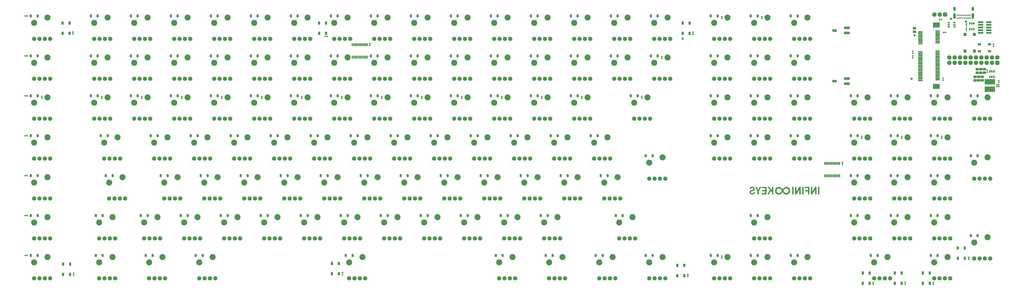
<source format=gbs>
G04*
G04 #@! TF.GenerationSoftware,Altium Limited,Altium Designer,20.0.7 (75)*
G04*
G04 Layer_Color=16711935*
%FSLAX44Y44*%
%MOMM*%
G71*
G01*
G75*
%ADD11R,0.7500X0.6500*%
G04:AMPARAMS|DCode=12|XSize=2.1mm|YSize=2.1mm|CornerRadius=0.55mm|HoleSize=0mm|Usage=FLASHONLY|Rotation=180.000|XOffset=0mm|YOffset=0mm|HoleType=Round|Shape=RoundedRectangle|*
%AMROUNDEDRECTD12*
21,1,2.1000,1.0000,0,0,180.0*
21,1,1.0000,2.1000,0,0,180.0*
1,1,1.1000,-0.5000,0.5000*
1,1,1.1000,0.5000,0.5000*
1,1,1.1000,0.5000,-0.5000*
1,1,1.1000,-0.5000,-0.5000*
%
%ADD12ROUNDEDRECTD12*%
%ADD13C,2.1000*%
%ADD14O,1.2000X2.0000*%
%ADD15O,1.2000X2.7000*%
%ADD16C,0.7000*%
%ADD17C,0.1000*%
%ADD18C,2.0000*%
%ADD19C,2.9000*%
%ADD51C,1.1000*%
%ADD52R,1.0000X1.6000*%
%ADD53R,0.7200X0.7600*%
%ADD54R,0.7600X0.7200*%
%ADD55R,0.6500X0.7500*%
%ADD56O,0.5500X1.5000*%
%ADD57R,1.5000X1.3000*%
%ADD58R,5.0000X2.6000*%
%ADD59R,2.1000X0.7000*%
%ADD60R,1.1000X0.7000*%
%ADD61R,0.7000X1.1000*%
%ADD62R,0.6500X1.1500*%
%ADD63R,1.6000X1.0000*%
%ADD64R,1.4000X1.6500*%
%ADD65R,1.0144X1.3192*%
G04:AMPARAMS|DCode=66|XSize=0.86mm|YSize=2.5mm|CornerRadius=0.24mm|HoleSize=0mm|Usage=FLASHONLY|Rotation=90.000|XOffset=0mm|YOffset=0mm|HoleType=Round|Shape=RoundedRectangle|*
%AMROUNDEDRECTD66*
21,1,0.8600,2.0200,0,0,90.0*
21,1,0.3800,2.5000,0,0,90.0*
1,1,0.4800,1.0100,0.1900*
1,1,0.4800,1.0100,-0.1900*
1,1,0.4800,-1.0100,-0.1900*
1,1,0.4800,-1.0100,0.1900*
%
%ADD66ROUNDEDRECTD66*%
%ADD67R,2.8000X1.3000*%
%ADD68R,2.0000X1.3000*%
%ADD69R,3.3000X2.4000*%
G36*
X3657274Y489834D02*
X3658607Y489686D01*
X3659903Y489427D01*
X3661125Y489057D01*
X3662273Y488649D01*
X3663310Y488205D01*
X3664273Y487723D01*
X3665162Y487242D01*
X3665940Y486724D01*
X3666643Y486242D01*
X3667236Y485798D01*
X3667754Y485390D01*
X3668124Y485020D01*
X3668421Y484761D01*
X3668569Y484613D01*
X3668643Y484539D01*
X3669532Y483502D01*
X3670309Y482428D01*
X3670976Y481317D01*
X3671532Y480206D01*
X3672013Y479095D01*
X3672420Y477984D01*
X3672754Y476910D01*
X3673013Y475873D01*
X3673235Y474910D01*
X3673383Y474021D01*
X3673494Y473243D01*
X3673568Y472540D01*
X3673606Y471984D01*
Y471762D01*
X3673643Y471577D01*
Y471392D01*
Y471281D01*
Y471244D01*
Y471207D01*
X3673568Y469688D01*
X3673420Y468207D01*
X3673198Y466837D01*
X3672865Y465541D01*
X3672495Y464356D01*
X3672050Y463208D01*
X3671606Y462208D01*
X3671124Y461282D01*
X3670680Y460467D01*
X3670235Y459726D01*
X3669791Y459097D01*
X3669421Y458578D01*
X3669088Y458171D01*
X3668865Y457875D01*
X3668680Y457727D01*
X3668643Y457653D01*
X3667680Y456764D01*
X3666643Y455949D01*
X3665606Y455282D01*
X3664532Y454690D01*
X3663458Y454171D01*
X3662384Y453764D01*
X3661347Y453431D01*
X3660348Y453134D01*
X3659422Y452949D01*
X3658570Y452764D01*
X3657792Y452653D01*
X3657126Y452579D01*
X3656570Y452542D01*
X3656348D01*
X3656163Y452505D01*
X3655829D01*
X3654867Y452542D01*
X3653904Y452653D01*
X3652978Y452801D01*
X3652089Y453023D01*
X3651237Y453283D01*
X3650423Y453579D01*
X3649682Y453875D01*
X3648978Y454171D01*
X3648312Y454468D01*
X3647756Y454801D01*
X3647275Y455060D01*
X3646830Y455319D01*
X3646497Y455542D01*
X3646238Y455690D01*
X3646090Y455801D01*
X3646053Y455838D01*
X3645201Y456504D01*
X3644386Y457208D01*
X3643609Y457949D01*
X3642831Y458726D01*
X3642127Y459541D01*
X3641461Y460319D01*
X3640831Y461097D01*
X3640239Y461874D01*
X3639720Y462578D01*
X3639239Y463245D01*
X3638831Y463837D01*
X3638498Y464356D01*
X3638239Y464800D01*
X3638016Y465133D01*
X3637905Y465318D01*
X3637868Y465392D01*
X3637128Y464133D01*
X3636387Y462985D01*
X3635646Y461874D01*
X3634943Y460911D01*
X3634202Y459986D01*
X3633499Y459171D01*
X3632832Y458430D01*
X3632202Y457764D01*
X3631647Y457171D01*
X3631091Y456690D01*
X3630647Y456245D01*
X3630240Y455912D01*
X3629906Y455653D01*
X3629647Y455467D01*
X3629499Y455356D01*
X3629462Y455319D01*
X3628573Y454764D01*
X3627721Y454282D01*
X3626833Y453875D01*
X3625944Y453505D01*
X3625055Y453209D01*
X3624240Y452949D01*
X3623426Y452727D01*
X3622648Y452579D01*
X3621944Y452431D01*
X3621315Y452357D01*
X3620759Y452283D01*
X3620240Y452209D01*
X3619870D01*
X3619574Y452172D01*
X3619315D01*
X3617907Y452246D01*
X3616574Y452394D01*
X3615315Y452690D01*
X3614130Y453023D01*
X3613019Y453431D01*
X3611982Y453912D01*
X3611019Y454394D01*
X3610168Y454912D01*
X3609390Y455393D01*
X3608686Y455912D01*
X3608094Y456356D01*
X3607612Y456764D01*
X3607242Y457097D01*
X3606946Y457393D01*
X3606797Y457541D01*
X3606724Y457615D01*
X3605835Y458689D01*
X3605057Y459800D01*
X3604390Y460911D01*
X3603835Y462059D01*
X3603354Y463170D01*
X3602946Y464281D01*
X3602613Y465355D01*
X3602354Y466392D01*
X3602131Y467355D01*
X3601983Y468207D01*
X3601872Y469022D01*
X3601798Y469688D01*
X3601761Y470244D01*
X3601724Y470466D01*
Y470651D01*
Y470799D01*
Y470910D01*
Y470947D01*
Y470984D01*
X3601761Y472503D01*
X3601946Y473910D01*
X3602168Y475280D01*
X3602465Y476539D01*
X3602835Y477761D01*
X3603242Y478835D01*
X3603687Y479872D01*
X3604131Y480798D01*
X3604613Y481613D01*
X3605057Y482354D01*
X3605464Y482983D01*
X3605798Y483502D01*
X3606131Y483909D01*
X3606353Y484205D01*
X3606501Y484353D01*
X3606575Y484427D01*
X3607501Y485353D01*
X3608501Y486168D01*
X3609538Y486835D01*
X3610612Y487464D01*
X3611686Y487946D01*
X3612723Y488390D01*
X3613760Y488723D01*
X3614760Y488983D01*
X3615685Y489205D01*
X3616574Y489390D01*
X3617352Y489501D01*
X3618018Y489575D01*
X3618537Y489612D01*
X3618759D01*
X3618982Y489649D01*
X3619315D01*
X3620352Y489612D01*
X3621352Y489501D01*
X3622314Y489353D01*
X3623277Y489094D01*
X3624203Y488797D01*
X3625129Y488464D01*
X3625981Y488094D01*
X3626833Y487649D01*
X3627684Y487205D01*
X3628499Y486687D01*
X3629980Y485612D01*
X3631388Y484464D01*
X3632684Y483279D01*
X3633832Y482057D01*
X3634832Y480909D01*
X3635684Y479835D01*
X3636091Y479354D01*
X3636424Y478872D01*
X3636720Y478428D01*
X3637017Y478058D01*
X3637239Y477724D01*
X3637424Y477428D01*
X3637572Y477206D01*
X3637683Y477021D01*
X3637720Y476910D01*
X3637757Y476873D01*
X3638461Y478058D01*
X3639165Y479169D01*
X3639905Y480206D01*
X3640609Y481169D01*
X3641387Y482094D01*
X3642127Y482909D01*
X3642905Y483687D01*
X3643646Y484427D01*
X3644423Y485057D01*
X3645164Y485687D01*
X3645942Y486242D01*
X3646682Y486724D01*
X3647423Y487168D01*
X3648127Y487575D01*
X3648830Y487946D01*
X3649534Y488279D01*
X3650201Y488575D01*
X3650830Y488834D01*
X3652052Y489205D01*
X3652570Y489390D01*
X3653089Y489501D01*
X3653571Y489612D01*
X3654015Y489723D01*
X3654422Y489760D01*
X3654792Y489834D01*
X3655089Y489871D01*
X3655348D01*
X3655570Y489908D01*
X3655829D01*
X3657274Y489834D01*
D02*
G37*
G36*
X3525176Y468207D02*
Y453246D01*
X3518214D01*
Y468318D01*
X3507585Y489871D01*
X3515215D01*
X3521732Y474984D01*
X3528250Y489871D01*
X3535842D01*
X3525176Y468207D01*
D02*
G37*
G36*
X3593503Y453246D02*
X3586541D01*
Y463467D01*
X3581726Y469503D01*
X3572653Y453246D01*
X3564580D01*
X3577245Y475132D01*
X3565543Y489871D01*
X3573838D01*
X3586541Y472725D01*
Y489871D01*
X3593503D01*
Y453246D01*
D02*
G37*
G36*
X3799407Y452875D02*
X3792445D01*
Y475688D01*
X3778965Y452875D01*
X3772003D01*
Y489464D01*
X3778965D01*
Y466503D01*
X3792445Y489464D01*
X3799407D01*
Y452875D01*
D02*
G37*
G36*
X3724304Y452875D02*
X3717342D01*
Y475688D01*
X3703862Y452875D01*
X3696936D01*
Y489464D01*
X3703862D01*
Y466503D01*
X3717342Y489464D01*
X3724304D01*
Y452875D01*
D02*
G37*
G36*
X3561136Y453246D02*
X3537879D01*
Y459282D01*
X3554211D01*
Y468651D01*
X3540286D01*
Y474688D01*
X3554211D01*
Y483798D01*
X3537879D01*
Y489871D01*
X3561136D01*
Y453246D01*
D02*
G37*
G36*
X3493809Y490353D02*
X3494291Y490316D01*
X3494846Y490242D01*
X3495439Y490131D01*
X3496105Y490019D01*
X3496809Y489871D01*
X3497550Y489686D01*
X3498290Y489427D01*
X3499068Y489131D01*
X3499809Y488797D01*
X3500512Y488390D01*
X3501216Y487946D01*
X3501883Y487427D01*
X3501920Y487390D01*
X3502031Y487279D01*
X3502179Y487094D01*
X3502401Y486872D01*
X3502660Y486575D01*
X3502919Y486205D01*
X3503253Y485761D01*
X3503549Y485279D01*
X3503845Y484724D01*
X3504142Y484094D01*
X3504438Y483428D01*
X3504697Y482724D01*
X3504919Y481946D01*
X3505067Y481132D01*
X3505179Y480280D01*
X3505215Y479354D01*
Y479317D01*
Y479243D01*
Y479132D01*
X3505179Y478984D01*
Y478798D01*
X3505141Y478539D01*
X3505067Y477984D01*
X3504919Y477280D01*
X3504697Y476539D01*
X3504401Y475688D01*
X3503956Y474836D01*
X3503438Y473947D01*
X3502808Y473058D01*
X3502401Y472614D01*
X3501994Y472206D01*
X3501512Y471799D01*
X3501031Y471392D01*
X3500475Y471021D01*
X3499883Y470651D01*
X3499253Y470318D01*
X3498549Y470022D01*
X3497809Y469762D01*
X3497031Y469503D01*
X3496180Y469318D01*
X3495291Y469133D01*
X3491847Y468540D01*
X3491809D01*
X3491736Y468503D01*
X3491587D01*
X3491439Y468466D01*
X3490995Y468318D01*
X3490439Y468170D01*
X3489847Y467948D01*
X3489254Y467651D01*
X3488662Y467318D01*
X3488180Y466948D01*
X3488143Y466911D01*
X3487995Y466763D01*
X3487810Y466503D01*
X3487588Y466133D01*
X3487365Y465689D01*
X3487180Y465096D01*
X3487032Y464430D01*
X3486995Y463652D01*
Y463615D01*
Y463430D01*
X3487032Y463207D01*
X3487069Y462911D01*
X3487180Y462541D01*
X3487291Y462133D01*
X3487477Y461689D01*
X3487736Y461245D01*
X3488032Y460800D01*
X3488440Y460356D01*
X3488884Y459949D01*
X3489476Y459578D01*
X3490143Y459282D01*
X3490921Y459060D01*
X3491809Y458875D01*
X3492846Y458838D01*
X3493143D01*
X3493365Y458875D01*
X3493624D01*
X3493920Y458912D01*
X3494587Y458986D01*
X3495365Y459134D01*
X3496142Y459356D01*
X3496883Y459689D01*
X3497550Y460097D01*
X3497624Y460171D01*
X3497809Y460356D01*
X3498068Y460652D01*
X3498364Y461096D01*
X3498698Y461689D01*
X3498846Y462022D01*
X3498994Y462430D01*
X3499142Y462837D01*
X3499253Y463318D01*
X3499364Y463800D01*
X3499438Y464356D01*
X3506030D01*
Y464281D01*
X3505993Y464096D01*
Y463837D01*
X3505919Y463430D01*
X3505845Y462985D01*
X3505734Y462430D01*
X3505623Y461837D01*
X3505438Y461208D01*
X3505215Y460541D01*
X3504993Y459837D01*
X3504660Y459134D01*
X3504327Y458430D01*
X3503919Y457763D01*
X3503438Y457097D01*
X3502919Y456467D01*
X3502327Y455875D01*
X3502290Y455838D01*
X3502179Y455764D01*
X3501994Y455616D01*
X3501734Y455430D01*
X3501401Y455208D01*
X3500994Y454949D01*
X3500549Y454690D01*
X3499994Y454431D01*
X3499401Y454134D01*
X3498698Y453875D01*
X3497957Y453616D01*
X3497105Y453394D01*
X3496216Y453209D01*
X3495254Y453060D01*
X3494254Y452986D01*
X3493143Y452949D01*
X3492883D01*
X3492550Y452986D01*
X3492143D01*
X3491624Y453023D01*
X3491032Y453097D01*
X3490402Y453209D01*
X3489698Y453320D01*
X3488958Y453468D01*
X3488180Y453653D01*
X3487403Y453912D01*
X3486588Y454171D01*
X3485810Y454505D01*
X3485069Y454912D01*
X3484329Y455356D01*
X3483662Y455875D01*
X3483625Y455912D01*
X3483514Y456023D01*
X3483329Y456171D01*
X3483107Y456393D01*
X3482847Y456690D01*
X3482551Y457060D01*
X3482218Y457504D01*
X3481884Y457986D01*
X3481551Y458541D01*
X3481218Y459171D01*
X3480922Y459837D01*
X3480663Y460615D01*
X3480440Y461430D01*
X3480255Y462319D01*
X3480144Y463282D01*
X3480107Y464281D01*
Y464318D01*
Y464393D01*
Y464504D01*
Y464652D01*
X3480144Y464837D01*
X3480181Y465096D01*
X3480255Y465652D01*
X3480403Y466318D01*
X3480588Y467059D01*
X3480885Y467911D01*
X3481292Y468762D01*
X3481811Y469651D01*
X3482403Y470540D01*
X3482773Y470947D01*
X3483181Y471392D01*
X3483625Y471799D01*
X3484107Y472206D01*
X3484625Y472577D01*
X3485180Y472947D01*
X3485810Y473280D01*
X3486440Y473614D01*
X3487180Y473873D01*
X3487921Y474132D01*
X3488736Y474354D01*
X3489587Y474540D01*
X3493439Y475280D01*
X3493476D01*
X3493550Y475317D01*
X3493698D01*
X3493883Y475354D01*
X3494069Y475428D01*
X3494328Y475465D01*
X3494920Y475651D01*
X3495550Y475873D01*
X3496180Y476132D01*
X3496772Y476465D01*
X3497290Y476836D01*
X3497327Y476873D01*
X3497476Y477058D01*
X3497661Y477280D01*
X3497883Y477650D01*
X3498142Y478058D01*
X3498327Y478576D01*
X3498476Y479206D01*
X3498513Y479872D01*
Y479909D01*
Y479983D01*
Y480095D01*
X3498476Y480243D01*
X3498438Y480613D01*
X3498327Y481095D01*
X3498179Y481650D01*
X3497920Y482206D01*
X3497587Y482761D01*
X3497142Y483279D01*
X3497068Y483316D01*
X3496883Y483465D01*
X3496550Y483687D01*
X3496105Y483909D01*
X3495513Y484131D01*
X3494809Y484353D01*
X3493994Y484501D01*
X3493032Y484539D01*
X3492624D01*
X3492402Y484501D01*
X3492143Y484464D01*
X3491550Y484390D01*
X3490921Y484242D01*
X3490254Y484020D01*
X3489587Y483724D01*
X3488995Y483316D01*
X3488921Y483242D01*
X3488773Y483057D01*
X3488551Y482761D01*
X3488254Y482354D01*
X3487995Y481798D01*
X3487736Y481132D01*
X3487551Y480354D01*
X3487440Y479428D01*
X3480736D01*
Y479502D01*
X3480774Y479650D01*
X3480811Y479946D01*
X3480847Y480280D01*
X3480959Y480724D01*
X3481070Y481243D01*
X3481181Y481798D01*
X3481366Y482391D01*
X3481588Y483020D01*
X3481811Y483687D01*
X3482107Y484353D01*
X3482440Y485020D01*
X3482847Y485687D01*
X3483292Y486353D01*
X3483773Y486946D01*
X3484329Y487501D01*
X3484366Y487538D01*
X3484477Y487612D01*
X3484662Y487760D01*
X3484921Y487946D01*
X3485255Y488168D01*
X3485625Y488427D01*
X3486106Y488686D01*
X3486625Y488946D01*
X3487217Y489205D01*
X3487847Y489464D01*
X3488551Y489723D01*
X3489328Y489945D01*
X3490143Y490131D01*
X3490995Y490279D01*
X3491920Y490353D01*
X3492883Y490390D01*
X3493439D01*
X3493809Y490353D01*
D02*
G37*
G36*
X3812998Y452875D02*
X3806036D01*
Y489464D01*
X3812998D01*
Y452875D01*
D02*
G37*
G36*
X3765707D02*
X3758745D01*
Y467948D01*
X3744783D01*
Y474021D01*
X3758745D01*
Y483428D01*
X3742450D01*
Y489464D01*
X3765707D01*
Y452875D01*
D02*
G37*
G36*
X3737932Y452875D02*
X3730970D01*
Y489464D01*
X3737932D01*
Y452875D01*
D02*
G37*
G36*
X3690307D02*
X3683345D01*
Y489464D01*
X3690307D01*
Y452875D01*
D02*
G37*
%LPC*%
G36*
X3655681Y482576D02*
X3655496D01*
X3654681Y482539D01*
X3653941Y482465D01*
X3653200Y482317D01*
X3652497Y482131D01*
X3651830Y481946D01*
X3651200Y481687D01*
X3650645Y481465D01*
X3650126Y481206D01*
X3649645Y480946D01*
X3649201Y480687D01*
X3648830Y480428D01*
X3648534Y480243D01*
X3648312Y480058D01*
X3648127Y479909D01*
X3648015Y479835D01*
X3647979Y479798D01*
X3647349Y479243D01*
X3646756Y478650D01*
X3646164Y477984D01*
X3645609Y477280D01*
X3644534Y475873D01*
X3644053Y475169D01*
X3643609Y474465D01*
X3643164Y473799D01*
X3642794Y473206D01*
X3642461Y472651D01*
X3642201Y472169D01*
X3641979Y471762D01*
X3641831Y471466D01*
X3641720Y471281D01*
X3641683Y471207D01*
X3642275Y470133D01*
X3642905Y469133D01*
X3643498Y468207D01*
X3644090Y467355D01*
X3644645Y466577D01*
X3645164Y465874D01*
X3645682Y465207D01*
X3646164Y464652D01*
X3646608Y464170D01*
X3646978Y463726D01*
X3647349Y463356D01*
X3647645Y463059D01*
X3647867Y462837D01*
X3648052Y462689D01*
X3648163Y462578D01*
X3648201Y462541D01*
X3648793Y462059D01*
X3649423Y461652D01*
X3650052Y461319D01*
X3650682Y460985D01*
X3651274Y460726D01*
X3651867Y460541D01*
X3652459Y460356D01*
X3652978Y460208D01*
X3653496Y460097D01*
X3653941Y460023D01*
X3654348Y459949D01*
X3654681Y459911D01*
X3654978D01*
X3655163Y459874D01*
X3655348D01*
X3656237Y459911D01*
X3657052Y460023D01*
X3657866Y460171D01*
X3658570Y460356D01*
X3659274Y460615D01*
X3659903Y460874D01*
X3660496Y461171D01*
X3661014Y461467D01*
X3661496Y461726D01*
X3661903Y462022D01*
X3662273Y462282D01*
X3662570Y462541D01*
X3662792Y462726D01*
X3662940Y462874D01*
X3663051Y462985D01*
X3663088Y463022D01*
X3663607Y463615D01*
X3664051Y464281D01*
X3664421Y464948D01*
X3664755Y465615D01*
X3665051Y466281D01*
X3665273Y466948D01*
X3665458Y467614D01*
X3665606Y468244D01*
X3665717Y468837D01*
X3665829Y469355D01*
X3665902Y469873D01*
X3665940Y470281D01*
Y470614D01*
X3665977Y470873D01*
Y471059D01*
Y471096D01*
X3665940Y472058D01*
X3665865Y472947D01*
X3665717Y473799D01*
X3665495Y474614D01*
X3665273Y475354D01*
X3665051Y476021D01*
X3664755Y476651D01*
X3664495Y477206D01*
X3664236Y477724D01*
X3663940Y478169D01*
X3663718Y478539D01*
X3663458Y478872D01*
X3663273Y479095D01*
X3663125Y479280D01*
X3663051Y479391D01*
X3663014Y479428D01*
X3662421Y479983D01*
X3661829Y480465D01*
X3661199Y480872D01*
X3660570Y481243D01*
X3659940Y481539D01*
X3659311Y481798D01*
X3658718Y482020D01*
X3658126Y482169D01*
X3657570Y482317D01*
X3657089Y482428D01*
X3656644Y482465D01*
X3656237Y482539D01*
X3655941D01*
X3655681Y482576D01*
D02*
G37*
G36*
X3620426Y482354D02*
X3620056D01*
X3619204Y482317D01*
X3618426Y482206D01*
X3617648Y482057D01*
X3616945Y481872D01*
X3616241Y481613D01*
X3615648Y481354D01*
X3615056Y481058D01*
X3614537Y480798D01*
X3614056Y480502D01*
X3613649Y480206D01*
X3613315Y479947D01*
X3613019Y479687D01*
X3612760Y479502D01*
X3612612Y479354D01*
X3612501Y479243D01*
X3612464Y479206D01*
X3611945Y478613D01*
X3611464Y477947D01*
X3611057Y477280D01*
X3610723Y476614D01*
X3610427Y475910D01*
X3610168Y475243D01*
X3609982Y474577D01*
X3609797Y473947D01*
X3609686Y473317D01*
X3609575Y472799D01*
X3609501Y472281D01*
X3609464Y471873D01*
Y471503D01*
X3609427Y471244D01*
Y471096D01*
Y471021D01*
X3609464Y470096D01*
X3609538Y469207D01*
X3609686Y468392D01*
X3609908Y467614D01*
X3610131Y466874D01*
X3610390Y466207D01*
X3610649Y465578D01*
X3610908Y465022D01*
X3611205Y464504D01*
X3611464Y464059D01*
X3611723Y463689D01*
X3611945Y463393D01*
X3612130Y463133D01*
X3612278Y462948D01*
X3612390Y462837D01*
X3612426Y462800D01*
X3613019Y462245D01*
X3613612Y461763D01*
X3614241Y461319D01*
X3614871Y460948D01*
X3615500Y460652D01*
X3616130Y460393D01*
X3616722Y460171D01*
X3617315Y460023D01*
X3617870Y459874D01*
X3618352Y459800D01*
X3618796Y459726D01*
X3619204Y459652D01*
X3619500D01*
X3619759Y459615D01*
X3619944D01*
X3620722Y459652D01*
X3621463Y459726D01*
X3622203Y459874D01*
X3622907Y460060D01*
X3623574Y460245D01*
X3624166Y460504D01*
X3624759Y460763D01*
X3625277Y461022D01*
X3625759Y461282D01*
X3626203Y461504D01*
X3626573Y461763D01*
X3626870Y461948D01*
X3627129Y462133D01*
X3627314Y462282D01*
X3627425Y462356D01*
X3627462Y462393D01*
X3628055Y462948D01*
X3628684Y463578D01*
X3629240Y464244D01*
X3629832Y464911D01*
X3630869Y466355D01*
X3631388Y467059D01*
X3631832Y467762D01*
X3632239Y468392D01*
X3632610Y469022D01*
X3632943Y469577D01*
X3633239Y470022D01*
X3633462Y470429D01*
X3633610Y470725D01*
X3633721Y470910D01*
X3633758Y470984D01*
X3633128Y472058D01*
X3632536Y473058D01*
X3631943Y473984D01*
X3631351Y474836D01*
X3630795Y475614D01*
X3630276Y476317D01*
X3629758Y476947D01*
X3629277Y477502D01*
X3628832Y478021D01*
X3628425Y478428D01*
X3628092Y478798D01*
X3627795Y479095D01*
X3627573Y479317D01*
X3627388Y479502D01*
X3627277Y479576D01*
X3627240Y479613D01*
X3626610Y480095D01*
X3625981Y480502D01*
X3625351Y480872D01*
X3624759Y481206D01*
X3624129Y481465D01*
X3623537Y481687D01*
X3622981Y481872D01*
X3622426Y482020D01*
X3621907Y482131D01*
X3621463Y482206D01*
X3621055Y482280D01*
X3620722Y482317D01*
X3620426Y482354D01*
D02*
G37*
%LPD*%
D11*
X4404500Y1226000D02*
D03*
X4413500D02*
D03*
X30500Y733500D02*
D03*
X39500D02*
D03*
X30500Y352500D02*
D03*
X39500D02*
D03*
X30500Y924000D02*
D03*
X39500D02*
D03*
X30500Y1114500D02*
D03*
X39500D02*
D03*
X30500Y543000D02*
D03*
X39500D02*
D03*
X30500Y1305000D02*
D03*
X39500D02*
D03*
X30500Y162000D02*
D03*
X39500D02*
D03*
X4385500Y1288000D02*
D03*
X4394500D02*
D03*
D12*
X4411400Y1312000D02*
D03*
X4660000Y1081400D02*
D03*
D13*
X4386000Y1312000D02*
D03*
X4360600D02*
D03*
X4660000Y1106800D02*
D03*
X4634600Y1081400D02*
D03*
Y1106800D02*
D03*
X4609200Y1081400D02*
D03*
Y1106800D02*
D03*
X4583800Y1081400D02*
D03*
Y1106800D02*
D03*
X4558400Y1081400D02*
D03*
Y1106800D02*
D03*
X4533000Y1081400D02*
D03*
Y1106800D02*
D03*
X4507600Y1081400D02*
D03*
Y1106800D02*
D03*
X4482200Y1081400D02*
D03*
Y1106800D02*
D03*
X4456800Y1081400D02*
D03*
Y1106800D02*
D03*
X4431400Y1081400D02*
D03*
Y1106800D02*
D03*
D14*
X4543250Y1338600D02*
D03*
X4456750D02*
D03*
D15*
X4543250Y1304800D02*
D03*
X4456750D02*
D03*
D16*
X4529750Y1295000D02*
D03*
X4521250D02*
D03*
X4478750Y1308500D02*
D03*
X4487250D02*
D03*
X4495750D02*
D03*
X4504250D02*
D03*
X4512750D02*
D03*
X4521250D02*
D03*
X4529750D02*
D03*
X4470250D02*
D03*
X4512750Y1295000D02*
D03*
X4504250D02*
D03*
X4495750D02*
D03*
X4487250D02*
D03*
X4478750D02*
D03*
X4470250D02*
D03*
D17*
X3912500Y1236000D02*
D03*
Y994000D02*
D03*
X4335000Y1240000D02*
D03*
Y990000D02*
D03*
X4397875Y865500D02*
D03*
X4448675D02*
D03*
X4347075D02*
D03*
X4207375D02*
D03*
X4258175D02*
D03*
X4156575D02*
D03*
X4016875D02*
D03*
X4067675D02*
D03*
X3966075D02*
D03*
X3540625Y1246500D02*
D03*
X3591425D02*
D03*
X3489825D02*
D03*
X3350125D02*
D03*
X3400925D02*
D03*
X3299325D02*
D03*
X4397875Y675000D02*
D03*
X4448675D02*
D03*
X4347075D02*
D03*
X4207375D02*
D03*
X4258175D02*
D03*
X4156575D02*
D03*
X4016875D02*
D03*
X4067675D02*
D03*
X3966075D02*
D03*
X3540625Y1056000D02*
D03*
X3591425D02*
D03*
X3489825D02*
D03*
X3350125D02*
D03*
X3400925D02*
D03*
X3299325D02*
D03*
X4397875Y484500D02*
D03*
X4448675D02*
D03*
X4347075D02*
D03*
X4207375D02*
D03*
X4258175D02*
D03*
X4156575D02*
D03*
X4016875D02*
D03*
X4067675D02*
D03*
X3966075D02*
D03*
X3731125Y1246500D02*
D03*
X3781925D02*
D03*
X3680325D02*
D03*
X3350125Y865500D02*
D03*
X3400925D02*
D03*
X3299325D02*
D03*
X4397875Y294000D02*
D03*
X4448675D02*
D03*
X4347075D02*
D03*
X4207375D02*
D03*
X4258175D02*
D03*
X4156575D02*
D03*
X4016875D02*
D03*
X4067675D02*
D03*
X3966075D02*
D03*
X3731125Y103500D02*
D03*
X3781925D02*
D03*
X3680325D02*
D03*
X3731125Y1056000D02*
D03*
X3781925D02*
D03*
X3680325D02*
D03*
X3350125Y675000D02*
D03*
X3400925D02*
D03*
X3299325D02*
D03*
X4588375Y865500D02*
D03*
X4639175D02*
D03*
X4537575D02*
D03*
X4112125Y103500D02*
D03*
X4162925D02*
D03*
X4061325D02*
D03*
X3540625Y294000D02*
D03*
X3591425D02*
D03*
X3489825D02*
D03*
X3731125Y865500D02*
D03*
X3781925D02*
D03*
X3680325D02*
D03*
X3540625D02*
D03*
X3591425D02*
D03*
X3489825D02*
D03*
X4588375Y579750D02*
D03*
X4639175D02*
D03*
X4537575D02*
D03*
X4397875Y103500D02*
D03*
X4448675D02*
D03*
X4347075D02*
D03*
X3540625D02*
D03*
X3591425D02*
D03*
X3489825D02*
D03*
X3731125Y675000D02*
D03*
X3781925D02*
D03*
X3680325D02*
D03*
X3540625D02*
D03*
X3591425D02*
D03*
X3489825D02*
D03*
X4588375Y198750D02*
D03*
X4639175D02*
D03*
X4537575D02*
D03*
X3350125Y103500D02*
D03*
X3400925D02*
D03*
X3299325D02*
D03*
X3064375Y1246500D02*
D03*
X3115175D02*
D03*
X3013575D02*
D03*
X2873875D02*
D03*
X2924675D02*
D03*
X2823075D02*
D03*
X2683375D02*
D03*
X2734175D02*
D03*
X2632575D02*
D03*
X2492875D02*
D03*
X2543675D02*
D03*
X2442075D02*
D03*
X2302375D02*
D03*
X2353175D02*
D03*
X2251575D02*
D03*
X2111875D02*
D03*
X2162675D02*
D03*
X2061075D02*
D03*
X1921375D02*
D03*
X1972175D02*
D03*
X1870575D02*
D03*
X1730875D02*
D03*
X1781675D02*
D03*
X1680075D02*
D03*
X1540375D02*
D03*
X1591175D02*
D03*
X1489575D02*
D03*
X1349875D02*
D03*
X1400675D02*
D03*
X1299075D02*
D03*
X1159375D02*
D03*
X1210175D02*
D03*
X1108575D02*
D03*
X968875D02*
D03*
X1019675D02*
D03*
X918075D02*
D03*
X778375D02*
D03*
X829175D02*
D03*
X727575D02*
D03*
X587875D02*
D03*
X638675D02*
D03*
X537075D02*
D03*
X397375D02*
D03*
X448175D02*
D03*
X346575D02*
D03*
X111625D02*
D03*
X162425D02*
D03*
X60825D02*
D03*
X3064375Y1056000D02*
D03*
X3115175D02*
D03*
X3013575D02*
D03*
X2873875D02*
D03*
X2924675D02*
D03*
X2823075D02*
D03*
X2683375D02*
D03*
X2734175D02*
D03*
X2632575D02*
D03*
X2492875D02*
D03*
X2543675D02*
D03*
X2442075D02*
D03*
X2302375D02*
D03*
X2353175D02*
D03*
X2251575D02*
D03*
X2111875D02*
D03*
X2162675D02*
D03*
X2061075D02*
D03*
X1921375D02*
D03*
X1972175D02*
D03*
X1870575D02*
D03*
X1730875D02*
D03*
X1781675D02*
D03*
X1680075D02*
D03*
X1540375D02*
D03*
X1591175D02*
D03*
X1489575D02*
D03*
X1349875D02*
D03*
X1400675D02*
D03*
X1299075D02*
D03*
X1159375D02*
D03*
X1210175D02*
D03*
X1108575D02*
D03*
X968875D02*
D03*
X1019675D02*
D03*
X918075D02*
D03*
X778375D02*
D03*
X829175D02*
D03*
X727575D02*
D03*
X587875D02*
D03*
X638675D02*
D03*
X537075D02*
D03*
X397375D02*
D03*
X448175D02*
D03*
X346575D02*
D03*
X111625D02*
D03*
X162425D02*
D03*
X60825D02*
D03*
X2969125Y865500D02*
D03*
X3019925D02*
D03*
X2918325D02*
D03*
X2683375D02*
D03*
X2734175D02*
D03*
X2632575D02*
D03*
X2492875D02*
D03*
X2543675D02*
D03*
X2442075D02*
D03*
X2302375D02*
D03*
X2353175D02*
D03*
X2251575D02*
D03*
X2111875D02*
D03*
X2162675D02*
D03*
X2061075D02*
D03*
X1921375D02*
D03*
X1972175D02*
D03*
X1870575D02*
D03*
X1730875D02*
D03*
X1781675D02*
D03*
X1680075D02*
D03*
X1540375D02*
D03*
X1591175D02*
D03*
X1489575D02*
D03*
X1349875D02*
D03*
X1400675D02*
D03*
X1299075D02*
D03*
X1159375D02*
D03*
X1210175D02*
D03*
X1108575D02*
D03*
X968875D02*
D03*
X1019675D02*
D03*
X918075D02*
D03*
X778375D02*
D03*
X829175D02*
D03*
X727575D02*
D03*
X587875D02*
D03*
X638675D02*
D03*
X537075D02*
D03*
X397375D02*
D03*
X448175D02*
D03*
X346575D02*
D03*
X111625D02*
D03*
X162425D02*
D03*
X60825D02*
D03*
X3040565Y579750D02*
D03*
X3091365D02*
D03*
X2989765D02*
D03*
X2778625Y675000D02*
D03*
X2829425D02*
D03*
X2727825D02*
D03*
X2588125D02*
D03*
X2638925D02*
D03*
X2537325D02*
D03*
X2397625D02*
D03*
X2448425D02*
D03*
X2346825D02*
D03*
X2207125D02*
D03*
X2257925D02*
D03*
X2156325D02*
D03*
X2016625D02*
D03*
X2067425D02*
D03*
X1965825D02*
D03*
X1826125D02*
D03*
X1876925D02*
D03*
X1775325D02*
D03*
X1635625D02*
D03*
X1686425D02*
D03*
X1584825D02*
D03*
X1445125D02*
D03*
X1495925D02*
D03*
X1394325D02*
D03*
X1254625D02*
D03*
X1305425D02*
D03*
X1203825D02*
D03*
X1064125D02*
D03*
X1114925D02*
D03*
X1013325D02*
D03*
X873625D02*
D03*
X924425D02*
D03*
X822825D02*
D03*
X683125D02*
D03*
X733925D02*
D03*
X632325D02*
D03*
X445000D02*
D03*
X495800D02*
D03*
X394200D02*
D03*
X111625D02*
D03*
X162425D02*
D03*
X60825D02*
D03*
X2826255Y484500D02*
D03*
X2877055D02*
D03*
X2775455D02*
D03*
X2635755D02*
D03*
X2686555D02*
D03*
X2584955D02*
D03*
X2445255D02*
D03*
X2496055D02*
D03*
X2394455D02*
D03*
X2254755D02*
D03*
X2305555D02*
D03*
X2203955D02*
D03*
X2064255D02*
D03*
X2115055D02*
D03*
X2013455D02*
D03*
X1873755D02*
D03*
X1924555D02*
D03*
X1822955D02*
D03*
X1683255D02*
D03*
X1734055D02*
D03*
X1632455D02*
D03*
X1492755D02*
D03*
X1543555D02*
D03*
X1441955D02*
D03*
X1302255D02*
D03*
X1353055D02*
D03*
X1251455D02*
D03*
X1111755D02*
D03*
X1162555D02*
D03*
X1060955D02*
D03*
X921255D02*
D03*
X972055D02*
D03*
X870455D02*
D03*
X730755D02*
D03*
X781555D02*
D03*
X679955D02*
D03*
X468813D02*
D03*
X519613D02*
D03*
X418013D02*
D03*
X111625D02*
D03*
X162425D02*
D03*
X60825D02*
D03*
X2897685Y294000D02*
D03*
X2948485D02*
D03*
X2846885D02*
D03*
X2540505D02*
D03*
X2591305D02*
D03*
X2489705D02*
D03*
X2350005D02*
D03*
X2400805D02*
D03*
X2299205D02*
D03*
X2159505D02*
D03*
X2210305D02*
D03*
X2108705D02*
D03*
X1969005D02*
D03*
X2019805D02*
D03*
X1918205D02*
D03*
X1778505D02*
D03*
X1829305D02*
D03*
X1727705D02*
D03*
X1588005D02*
D03*
X1638805D02*
D03*
X1537205D02*
D03*
X1397505D02*
D03*
X1448305D02*
D03*
X1346705D02*
D03*
X1207005D02*
D03*
X1257805D02*
D03*
X1156205D02*
D03*
X1016505D02*
D03*
X1067305D02*
D03*
X965705D02*
D03*
X826005D02*
D03*
X876805D02*
D03*
X775205D02*
D03*
X635505D02*
D03*
X686305D02*
D03*
X584705D02*
D03*
X421188D02*
D03*
X471988D02*
D03*
X370388D02*
D03*
X111625D02*
D03*
X162425D02*
D03*
X60825D02*
D03*
X3040565Y103500D02*
D03*
X3091365D02*
D03*
X2989765D02*
D03*
X2802435D02*
D03*
X2853235D02*
D03*
X2751635D02*
D03*
X2564315D02*
D03*
X2615115D02*
D03*
X2513515D02*
D03*
X2326185D02*
D03*
X2376985D02*
D03*
X2275385D02*
D03*
X1611815D02*
D03*
X1662615D02*
D03*
X1561015D02*
D03*
X897435D02*
D03*
X948235D02*
D03*
X846635D02*
D03*
X659315D02*
D03*
X710115D02*
D03*
X608515D02*
D03*
X421188D02*
D03*
X471988D02*
D03*
X370388D02*
D03*
X111625D02*
D03*
X162425D02*
D03*
X60825D02*
D03*
D18*
X4435975Y814700D02*
D03*
X4410575D02*
D03*
X4385175D02*
D03*
X4359775D02*
D03*
X4245475D02*
D03*
X4220075D02*
D03*
X4194675D02*
D03*
X4169275D02*
D03*
X4054975D02*
D03*
X4029575D02*
D03*
X4004175D02*
D03*
X3978775D02*
D03*
X3578725Y1195700D02*
D03*
X3553325D02*
D03*
X3527925D02*
D03*
X3502525D02*
D03*
X3388225D02*
D03*
X3362825D02*
D03*
X3337425D02*
D03*
X3312025D02*
D03*
X4435975Y624200D02*
D03*
X4410575D02*
D03*
X4385175D02*
D03*
X4359775D02*
D03*
X4245475D02*
D03*
X4220075D02*
D03*
X4194675D02*
D03*
X4169275D02*
D03*
X4054975D02*
D03*
X4029575D02*
D03*
X4004175D02*
D03*
X3978775D02*
D03*
X3578725Y1005200D02*
D03*
X3553325D02*
D03*
X3527925D02*
D03*
X3502525D02*
D03*
X3388225D02*
D03*
X3362825D02*
D03*
X3337425D02*
D03*
X3312025D02*
D03*
X4435975Y433700D02*
D03*
X4410575D02*
D03*
X4385175D02*
D03*
X4359775D02*
D03*
X4245475D02*
D03*
X4220075D02*
D03*
X4194675D02*
D03*
X4169275D02*
D03*
X4054975D02*
D03*
X4029575D02*
D03*
X4004175D02*
D03*
X3978775D02*
D03*
X3769225Y1195700D02*
D03*
X3743825D02*
D03*
X3718425D02*
D03*
X3693025D02*
D03*
X3388225Y814700D02*
D03*
X3362825D02*
D03*
X3337425D02*
D03*
X3312025D02*
D03*
X4435975Y243200D02*
D03*
X4410575D02*
D03*
X4385175D02*
D03*
X4359775D02*
D03*
X4245475D02*
D03*
X4220075D02*
D03*
X4194675D02*
D03*
X4169275D02*
D03*
X4054975D02*
D03*
X4029575D02*
D03*
X4004175D02*
D03*
X3978775D02*
D03*
X3769225Y52700D02*
D03*
X3743825D02*
D03*
X3718425D02*
D03*
X3693025D02*
D03*
X3769225Y1005200D02*
D03*
X3743825D02*
D03*
X3718425D02*
D03*
X3693025D02*
D03*
X3388225Y624200D02*
D03*
X3362825D02*
D03*
X3337425D02*
D03*
X3312025D02*
D03*
X4626475Y814700D02*
D03*
X4601075D02*
D03*
X4575675D02*
D03*
X4550275D02*
D03*
X4150225Y52700D02*
D03*
X4124825D02*
D03*
X4099425D02*
D03*
X4074025D02*
D03*
X3578725Y243200D02*
D03*
X3553325D02*
D03*
X3527925D02*
D03*
X3502525D02*
D03*
X3769225Y814700D02*
D03*
X3743825D02*
D03*
X3718425D02*
D03*
X3693025D02*
D03*
X3578725D02*
D03*
X3553325D02*
D03*
X3527925D02*
D03*
X3502525D02*
D03*
X4626475Y528950D02*
D03*
X4601075D02*
D03*
X4575675D02*
D03*
X4550275D02*
D03*
X4435975Y52700D02*
D03*
X4410575D02*
D03*
X4385175D02*
D03*
X4359775D02*
D03*
X3578725D02*
D03*
X3553325D02*
D03*
X3527925D02*
D03*
X3502525D02*
D03*
X3769225Y624200D02*
D03*
X3743825D02*
D03*
X3718425D02*
D03*
X3693025D02*
D03*
X3578725D02*
D03*
X3553325D02*
D03*
X3527925D02*
D03*
X3502525D02*
D03*
X4626475Y147950D02*
D03*
X4601075D02*
D03*
X4575675D02*
D03*
X4550275D02*
D03*
X3388225Y52700D02*
D03*
X3362825D02*
D03*
X3337425D02*
D03*
X3312025D02*
D03*
X3102475Y1195700D02*
D03*
X3077075D02*
D03*
X3051675D02*
D03*
X3026275D02*
D03*
X2911975D02*
D03*
X2886575D02*
D03*
X2861175D02*
D03*
X2835775D02*
D03*
X2721475D02*
D03*
X2696075D02*
D03*
X2670675D02*
D03*
X2645275D02*
D03*
X2530975D02*
D03*
X2505575D02*
D03*
X2480175D02*
D03*
X2454775D02*
D03*
X2340475D02*
D03*
X2315075D02*
D03*
X2289675D02*
D03*
X2264275D02*
D03*
X2149975D02*
D03*
X2124575D02*
D03*
X2099175D02*
D03*
X2073775D02*
D03*
X1959475D02*
D03*
X1934075D02*
D03*
X1908675D02*
D03*
X1883275D02*
D03*
X1768975D02*
D03*
X1743575D02*
D03*
X1718175D02*
D03*
X1692775D02*
D03*
X1578475D02*
D03*
X1553075D02*
D03*
X1527675D02*
D03*
X1502275D02*
D03*
X1387975D02*
D03*
X1362575D02*
D03*
X1337175D02*
D03*
X1311775D02*
D03*
X1197475D02*
D03*
X1172075D02*
D03*
X1146675D02*
D03*
X1121275D02*
D03*
X1006975D02*
D03*
X981575D02*
D03*
X956175D02*
D03*
X930775D02*
D03*
X816475D02*
D03*
X791075D02*
D03*
X765675D02*
D03*
X740275D02*
D03*
X625975D02*
D03*
X600575D02*
D03*
X575175D02*
D03*
X549775D02*
D03*
X435475D02*
D03*
X410075D02*
D03*
X384675D02*
D03*
X359275D02*
D03*
X149725D02*
D03*
X124325D02*
D03*
X98925D02*
D03*
X73525D02*
D03*
X3102475Y1005200D02*
D03*
X3077075D02*
D03*
X3051675D02*
D03*
X3026275D02*
D03*
X2911975D02*
D03*
X2886575D02*
D03*
X2861175D02*
D03*
X2835775D02*
D03*
X2721475D02*
D03*
X2696075D02*
D03*
X2670675D02*
D03*
X2645275D02*
D03*
X2530975D02*
D03*
X2505575D02*
D03*
X2480175D02*
D03*
X2454775D02*
D03*
X2340475D02*
D03*
X2315075D02*
D03*
X2289675D02*
D03*
X2264275D02*
D03*
X2149975D02*
D03*
X2124575D02*
D03*
X2099175D02*
D03*
X2073775D02*
D03*
X1959475D02*
D03*
X1934075D02*
D03*
X1908675D02*
D03*
X1883275D02*
D03*
X1768975D02*
D03*
X1743575D02*
D03*
X1718175D02*
D03*
X1692775D02*
D03*
X1578475D02*
D03*
X1553075D02*
D03*
X1527675D02*
D03*
X1502275D02*
D03*
X1387975D02*
D03*
X1362575D02*
D03*
X1337175D02*
D03*
X1311775D02*
D03*
X1197475D02*
D03*
X1172075D02*
D03*
X1146675D02*
D03*
X1121275D02*
D03*
X1006975D02*
D03*
X981575D02*
D03*
X956175D02*
D03*
X930775D02*
D03*
X816475D02*
D03*
X791075D02*
D03*
X765675D02*
D03*
X740275D02*
D03*
X625975D02*
D03*
X600575D02*
D03*
X575175D02*
D03*
X549775D02*
D03*
X435475D02*
D03*
X410075D02*
D03*
X384675D02*
D03*
X359275D02*
D03*
X149725D02*
D03*
X124325D02*
D03*
X98925D02*
D03*
X73525D02*
D03*
X3007225Y814700D02*
D03*
X2981825D02*
D03*
X2956425D02*
D03*
X2931025D02*
D03*
X2721475D02*
D03*
X2696075D02*
D03*
X2670675D02*
D03*
X2645275D02*
D03*
X2530975D02*
D03*
X2505575D02*
D03*
X2480175D02*
D03*
X2454775D02*
D03*
X2340475D02*
D03*
X2315075D02*
D03*
X2289675D02*
D03*
X2264275D02*
D03*
X2149975D02*
D03*
X2124575D02*
D03*
X2099175D02*
D03*
X2073775D02*
D03*
X1959475D02*
D03*
X1934075D02*
D03*
X1908675D02*
D03*
X1883275D02*
D03*
X1768975D02*
D03*
X1743575D02*
D03*
X1718175D02*
D03*
X1692775D02*
D03*
X1578475D02*
D03*
X1553075D02*
D03*
X1527675D02*
D03*
X1502275D02*
D03*
X1387975D02*
D03*
X1362575D02*
D03*
X1337175D02*
D03*
X1311775D02*
D03*
X1197475D02*
D03*
X1172075D02*
D03*
X1146675D02*
D03*
X1121275D02*
D03*
X1006975D02*
D03*
X981575D02*
D03*
X956175D02*
D03*
X930775D02*
D03*
X816475D02*
D03*
X791075D02*
D03*
X765675D02*
D03*
X740275D02*
D03*
X625975D02*
D03*
X600575D02*
D03*
X575175D02*
D03*
X549775D02*
D03*
X435475D02*
D03*
X410075D02*
D03*
X384675D02*
D03*
X359275D02*
D03*
X149725D02*
D03*
X124325D02*
D03*
X98925D02*
D03*
X73525D02*
D03*
X3078665Y528950D02*
D03*
X3053265D02*
D03*
X3027865D02*
D03*
X3002465D02*
D03*
X2816725Y624200D02*
D03*
X2791325D02*
D03*
X2765925D02*
D03*
X2740525D02*
D03*
X2626225D02*
D03*
X2600825D02*
D03*
X2575425D02*
D03*
X2550025D02*
D03*
X2435725D02*
D03*
X2410325D02*
D03*
X2384925D02*
D03*
X2359525D02*
D03*
X2245225D02*
D03*
X2219825D02*
D03*
X2194425D02*
D03*
X2169025D02*
D03*
X2054725D02*
D03*
X2029325D02*
D03*
X2003925D02*
D03*
X1978525D02*
D03*
X1864225D02*
D03*
X1838825D02*
D03*
X1813425D02*
D03*
X1788025D02*
D03*
X1673725D02*
D03*
X1648325D02*
D03*
X1622925D02*
D03*
X1597525D02*
D03*
X1483225D02*
D03*
X1457825D02*
D03*
X1432425D02*
D03*
X1407025D02*
D03*
X1292725D02*
D03*
X1267325D02*
D03*
X1241925D02*
D03*
X1216525D02*
D03*
X1102225D02*
D03*
X1076825D02*
D03*
X1051425D02*
D03*
X1026025D02*
D03*
X911725D02*
D03*
X886325D02*
D03*
X860925D02*
D03*
X835525D02*
D03*
X721225D02*
D03*
X695825D02*
D03*
X670425D02*
D03*
X645025D02*
D03*
X483100D02*
D03*
X457700D02*
D03*
X432300D02*
D03*
X406900D02*
D03*
X149725D02*
D03*
X124325D02*
D03*
X98925D02*
D03*
X73525D02*
D03*
X2864355Y433700D02*
D03*
X2838955D02*
D03*
X2813555D02*
D03*
X2788155D02*
D03*
X2673855D02*
D03*
X2648455D02*
D03*
X2623055D02*
D03*
X2597655D02*
D03*
X2483355D02*
D03*
X2457955D02*
D03*
X2432555D02*
D03*
X2407155D02*
D03*
X2292855D02*
D03*
X2267455D02*
D03*
X2242055D02*
D03*
X2216655D02*
D03*
X2102355D02*
D03*
X2076955D02*
D03*
X2051555D02*
D03*
X2026155D02*
D03*
X1911855D02*
D03*
X1886455D02*
D03*
X1861055D02*
D03*
X1835655D02*
D03*
X1721355D02*
D03*
X1695955D02*
D03*
X1670555D02*
D03*
X1645155D02*
D03*
X1530855D02*
D03*
X1505455D02*
D03*
X1480055D02*
D03*
X1454655D02*
D03*
X1340355D02*
D03*
X1314955D02*
D03*
X1289555D02*
D03*
X1264155D02*
D03*
X1149855D02*
D03*
X1124455D02*
D03*
X1099055D02*
D03*
X1073655D02*
D03*
X959355D02*
D03*
X933955D02*
D03*
X908555D02*
D03*
X883155D02*
D03*
X768855D02*
D03*
X743455D02*
D03*
X718055D02*
D03*
X692655D02*
D03*
X506913D02*
D03*
X481513D02*
D03*
X456113D02*
D03*
X430713D02*
D03*
X149725D02*
D03*
X124325D02*
D03*
X98925D02*
D03*
X73525D02*
D03*
X2935785Y243200D02*
D03*
X2910385D02*
D03*
X2884985D02*
D03*
X2859585D02*
D03*
X2578605D02*
D03*
X2553205D02*
D03*
X2527805D02*
D03*
X2502405D02*
D03*
X2388105D02*
D03*
X2362705D02*
D03*
X2337305D02*
D03*
X2311905D02*
D03*
X2197605D02*
D03*
X2172205D02*
D03*
X2146805D02*
D03*
X2121405D02*
D03*
X2007105D02*
D03*
X1981705D02*
D03*
X1956305D02*
D03*
X1930905D02*
D03*
X1816605D02*
D03*
X1791205D02*
D03*
X1765805D02*
D03*
X1740405D02*
D03*
X1626105D02*
D03*
X1600705D02*
D03*
X1575305D02*
D03*
X1549905D02*
D03*
X1435605D02*
D03*
X1410205D02*
D03*
X1384805D02*
D03*
X1359405D02*
D03*
X1245105D02*
D03*
X1219705D02*
D03*
X1194305D02*
D03*
X1168905D02*
D03*
X1054605D02*
D03*
X1029205D02*
D03*
X1003805D02*
D03*
X978405D02*
D03*
X864105D02*
D03*
X838705D02*
D03*
X813305D02*
D03*
X787905D02*
D03*
X673605D02*
D03*
X648205D02*
D03*
X622805D02*
D03*
X597405D02*
D03*
X459288D02*
D03*
X433888D02*
D03*
X408488D02*
D03*
X383088D02*
D03*
X149725D02*
D03*
X124325D02*
D03*
X98925D02*
D03*
X73525D02*
D03*
X3078665Y52700D02*
D03*
X3053265D02*
D03*
X3027865D02*
D03*
X3002465D02*
D03*
X2840535D02*
D03*
X2815135D02*
D03*
X2789735D02*
D03*
X2764335D02*
D03*
X2602415D02*
D03*
X2577015D02*
D03*
X2551615D02*
D03*
X2526215D02*
D03*
X2364285D02*
D03*
X2338885D02*
D03*
X2313485D02*
D03*
X2288085D02*
D03*
X1649915D02*
D03*
X1624515D02*
D03*
X1599115D02*
D03*
X1573715D02*
D03*
X935535D02*
D03*
X910135D02*
D03*
X884735D02*
D03*
X859335D02*
D03*
X697415D02*
D03*
X672015D02*
D03*
X646615D02*
D03*
X621215D02*
D03*
X459288D02*
D03*
X433888D02*
D03*
X408488D02*
D03*
X383088D02*
D03*
X149725D02*
D03*
X124325D02*
D03*
X98925D02*
D03*
X73525D02*
D03*
D19*
X4423275Y916300D02*
D03*
X4359775Y890900D02*
D03*
X4232775Y916300D02*
D03*
X4169275Y890900D02*
D03*
X4042275Y916300D02*
D03*
X3978775Y890900D02*
D03*
X3566025Y1297300D02*
D03*
X3502525Y1271900D02*
D03*
X3375525Y1297300D02*
D03*
X3312025Y1271900D02*
D03*
X4423275Y725800D02*
D03*
X4359775Y700400D02*
D03*
X4232775Y725800D02*
D03*
X4169275Y700400D02*
D03*
X4042275Y725800D02*
D03*
X3978775Y700400D02*
D03*
X3566025Y1106800D02*
D03*
X3502525Y1081400D02*
D03*
X3375525Y1106800D02*
D03*
X3312025Y1081400D02*
D03*
X4423275Y535300D02*
D03*
X4359775Y509900D02*
D03*
X4232775Y535300D02*
D03*
X4169275Y509900D02*
D03*
X4042275Y535300D02*
D03*
X3978775Y509900D02*
D03*
X3756525Y1297300D02*
D03*
X3693025Y1271900D02*
D03*
X3375525Y916300D02*
D03*
X3312025Y890900D02*
D03*
X4423275Y344800D02*
D03*
X4359775Y319400D02*
D03*
X4232775Y344800D02*
D03*
X4169275Y319400D02*
D03*
X4042275Y344800D02*
D03*
X3978775Y319400D02*
D03*
X3756525Y154300D02*
D03*
X3693025Y128900D02*
D03*
X3756525Y1106800D02*
D03*
X3693025Y1081400D02*
D03*
X3375525Y725800D02*
D03*
X3312025Y700400D02*
D03*
X4613775Y916300D02*
D03*
X4550275Y890900D02*
D03*
X4137525Y154300D02*
D03*
X4074025Y128900D02*
D03*
X3566025Y344800D02*
D03*
X3502525Y319400D02*
D03*
X3756525Y916300D02*
D03*
X3693025Y890900D02*
D03*
X3566025Y916300D02*
D03*
X3502525Y890900D02*
D03*
X4613775Y630550D02*
D03*
X4550275Y605150D02*
D03*
X4423275Y154300D02*
D03*
X4359775Y128900D02*
D03*
X3566025Y154300D02*
D03*
X3502525Y128900D02*
D03*
X3756525Y725800D02*
D03*
X3693025Y700400D02*
D03*
X3566025Y725800D02*
D03*
X3502525Y700400D02*
D03*
X4613775Y249550D02*
D03*
X4550275Y224150D02*
D03*
X3375525Y154300D02*
D03*
X3312025Y128900D02*
D03*
X3089775Y1297300D02*
D03*
X3026275Y1271900D02*
D03*
X2899275Y1297300D02*
D03*
X2835775Y1271900D02*
D03*
X2708775Y1297300D02*
D03*
X2645275Y1271900D02*
D03*
X2518275Y1297300D02*
D03*
X2454775Y1271900D02*
D03*
X2327775Y1297300D02*
D03*
X2264275Y1271900D02*
D03*
X2137275Y1297300D02*
D03*
X2073775Y1271900D02*
D03*
X1946775Y1297300D02*
D03*
X1883275Y1271900D02*
D03*
X1756275Y1297300D02*
D03*
X1692775Y1271900D02*
D03*
X1565775Y1297300D02*
D03*
X1502275Y1271900D02*
D03*
X1375275Y1297300D02*
D03*
X1311775Y1271900D02*
D03*
X1184775Y1297300D02*
D03*
X1121275Y1271900D02*
D03*
X994275Y1297300D02*
D03*
X930775Y1271900D02*
D03*
X803775Y1297300D02*
D03*
X740275Y1271900D02*
D03*
X613275Y1297300D02*
D03*
X549775Y1271900D02*
D03*
X422775Y1297300D02*
D03*
X359275Y1271900D02*
D03*
X137025Y1297300D02*
D03*
X73525Y1271900D02*
D03*
X3089775Y1106800D02*
D03*
X3026275Y1081400D02*
D03*
X2899275Y1106800D02*
D03*
X2835775Y1081400D02*
D03*
X2708775Y1106800D02*
D03*
X2645275Y1081400D02*
D03*
X2518275Y1106800D02*
D03*
X2454775Y1081400D02*
D03*
X2327775Y1106800D02*
D03*
X2264275Y1081400D02*
D03*
X2137275Y1106800D02*
D03*
X2073775Y1081400D02*
D03*
X1946775Y1106800D02*
D03*
X1883275Y1081400D02*
D03*
X1756275Y1106800D02*
D03*
X1692775Y1081400D02*
D03*
X1565775Y1106800D02*
D03*
X1502275Y1081400D02*
D03*
X1375275Y1106800D02*
D03*
X1311775Y1081400D02*
D03*
X1184775Y1106800D02*
D03*
X1121275Y1081400D02*
D03*
X994275Y1106800D02*
D03*
X930775Y1081400D02*
D03*
X803775Y1106800D02*
D03*
X740275Y1081400D02*
D03*
X613275Y1106800D02*
D03*
X549775Y1081400D02*
D03*
X422775Y1106800D02*
D03*
X359275Y1081400D02*
D03*
X137025Y1106800D02*
D03*
X73525Y1081400D02*
D03*
X2994525Y916300D02*
D03*
X2931025Y890900D02*
D03*
X2708775Y916300D02*
D03*
X2645275Y890900D02*
D03*
X2518275Y916300D02*
D03*
X2454775Y890900D02*
D03*
X2327775Y916300D02*
D03*
X2264275Y890900D02*
D03*
X2137275Y916300D02*
D03*
X2073775Y890900D02*
D03*
X1946775Y916300D02*
D03*
X1883275Y890900D02*
D03*
X1756275Y916300D02*
D03*
X1692775Y890900D02*
D03*
X1565775Y916300D02*
D03*
X1502275Y890900D02*
D03*
X1375275Y916300D02*
D03*
X1311775Y890900D02*
D03*
X1184775Y916300D02*
D03*
X1121275Y890900D02*
D03*
X994275Y916300D02*
D03*
X930775Y890900D02*
D03*
X803775Y916300D02*
D03*
X740275Y890900D02*
D03*
X613275Y916300D02*
D03*
X549775Y890900D02*
D03*
X422775Y916300D02*
D03*
X359275Y890900D02*
D03*
X137025Y916300D02*
D03*
X73525Y890900D02*
D03*
X3065965Y630550D02*
D03*
X3002465Y605150D02*
D03*
X2804025Y725800D02*
D03*
X2740525Y700400D02*
D03*
X2613525Y725800D02*
D03*
X2550025Y700400D02*
D03*
X2423025Y725800D02*
D03*
X2359525Y700400D02*
D03*
X2232525Y725800D02*
D03*
X2169025Y700400D02*
D03*
X2042025Y725800D02*
D03*
X1978525Y700400D02*
D03*
X1851525Y725800D02*
D03*
X1788025Y700400D02*
D03*
X1661025Y725800D02*
D03*
X1597525Y700400D02*
D03*
X1470525Y725800D02*
D03*
X1407025Y700400D02*
D03*
X1280025Y725800D02*
D03*
X1216525Y700400D02*
D03*
X1089525Y725800D02*
D03*
X1026025Y700400D02*
D03*
X899025Y725800D02*
D03*
X835525Y700400D02*
D03*
X708525Y725800D02*
D03*
X645025Y700400D02*
D03*
X470400Y725800D02*
D03*
X406900Y700400D02*
D03*
X137025Y725800D02*
D03*
X73525Y700400D02*
D03*
X2851655Y535300D02*
D03*
X2788155Y509900D02*
D03*
X2661155Y535300D02*
D03*
X2597655Y509900D02*
D03*
X2470655Y535300D02*
D03*
X2407155Y509900D02*
D03*
X2280155Y535300D02*
D03*
X2216655Y509900D02*
D03*
X2089655Y535300D02*
D03*
X2026155Y509900D02*
D03*
X1899155Y535300D02*
D03*
X1835655Y509900D02*
D03*
X1708655Y535300D02*
D03*
X1645155Y509900D02*
D03*
X1518155Y535300D02*
D03*
X1454655Y509900D02*
D03*
X1327655Y535300D02*
D03*
X1264155Y509900D02*
D03*
X1137155Y535300D02*
D03*
X1073655Y509900D02*
D03*
X946655Y535300D02*
D03*
X883155Y509900D02*
D03*
X756155Y535300D02*
D03*
X692655Y509900D02*
D03*
X494213Y535300D02*
D03*
X430713Y509900D02*
D03*
X137025Y535300D02*
D03*
X73525Y509900D02*
D03*
X2923085Y344800D02*
D03*
X2859585Y319400D02*
D03*
X2565905Y344800D02*
D03*
X2502405Y319400D02*
D03*
X2375405Y344800D02*
D03*
X2311905Y319400D02*
D03*
X2184905Y344800D02*
D03*
X2121405Y319400D02*
D03*
X1994405Y344800D02*
D03*
X1930905Y319400D02*
D03*
X1803905Y344800D02*
D03*
X1740405Y319400D02*
D03*
X1613405Y344800D02*
D03*
X1549905Y319400D02*
D03*
X1422905Y344800D02*
D03*
X1359405Y319400D02*
D03*
X1232405Y344800D02*
D03*
X1168905Y319400D02*
D03*
X1041905Y344800D02*
D03*
X978405Y319400D02*
D03*
X851405Y344800D02*
D03*
X787905Y319400D02*
D03*
X660905Y344800D02*
D03*
X597405Y319400D02*
D03*
X446588Y344800D02*
D03*
X383088Y319400D02*
D03*
X137025Y344800D02*
D03*
X73525Y319400D02*
D03*
X3065965Y154300D02*
D03*
X3002465Y128900D02*
D03*
X2827835Y154300D02*
D03*
X2764335Y128900D02*
D03*
X2589715Y154300D02*
D03*
X2526215Y128900D02*
D03*
X2351585Y154300D02*
D03*
X2288085Y128900D02*
D03*
X1637215Y154300D02*
D03*
X1573715Y128900D02*
D03*
X922835Y154300D02*
D03*
X859335Y128900D02*
D03*
X684715Y154300D02*
D03*
X621215Y128900D02*
D03*
X446588Y154300D02*
D03*
X383088Y128900D02*
D03*
X137025Y154300D02*
D03*
X73525Y128900D02*
D03*
D51*
X3161500Y1197000D02*
D03*
X4510250Y1278500D02*
D03*
X4439413Y1291505D02*
D03*
X4252000Y1005000D02*
D03*
X4266000Y1213000D02*
D03*
D52*
X3161500Y1271000D02*
D03*
X3194500D02*
D03*
Y1222000D02*
D03*
X3161500D02*
D03*
X1430500Y1271000D02*
D03*
X1463500D02*
D03*
Y1222000D02*
D03*
X1430500D02*
D03*
X208500Y1271000D02*
D03*
X241500D02*
D03*
Y1222000D02*
D03*
X208500D02*
D03*
X211500Y120500D02*
D03*
X244500D02*
D03*
Y71500D02*
D03*
X211500D02*
D03*
X1491500Y123500D02*
D03*
X1524500D02*
D03*
Y74500D02*
D03*
X1491500D02*
D03*
X3136500Y114500D02*
D03*
X3169500D02*
D03*
Y65500D02*
D03*
X3136500D02*
D03*
X4019500Y78500D02*
D03*
X4052500D02*
D03*
Y29500D02*
D03*
X4019500D02*
D03*
X4171500Y78500D02*
D03*
X4204500D02*
D03*
Y29500D02*
D03*
X4171500D02*
D03*
X4305500Y78500D02*
D03*
X4338500D02*
D03*
Y29500D02*
D03*
X4305500D02*
D03*
X4472500Y197500D02*
D03*
X4505500D02*
D03*
Y148500D02*
D03*
X4472500D02*
D03*
D53*
X3211000Y1226900D02*
D03*
Y1218100D02*
D03*
X258000Y1227900D02*
D03*
Y1219100D02*
D03*
X261000Y76400D02*
D03*
Y67600D02*
D03*
X1542000Y80400D02*
D03*
Y71600D02*
D03*
X3186000Y71400D02*
D03*
Y62600D02*
D03*
X4069025Y33400D02*
D03*
Y24600D02*
D03*
X4222000Y34000D02*
D03*
Y25200D02*
D03*
X4356000Y33400D02*
D03*
Y24600D02*
D03*
X4524000Y153000D02*
D03*
Y144200D02*
D03*
X3923000Y597600D02*
D03*
Y606400D02*
D03*
X1672000Y1164200D02*
D03*
Y1173000D02*
D03*
X4667500Y976900D02*
D03*
Y968100D02*
D03*
X4513000Y1247400D02*
D03*
Y1238600D02*
D03*
Y1258300D02*
D03*
Y1267100D02*
D03*
X4642000Y1160600D02*
D03*
Y1169400D02*
D03*
D54*
X1460200Y1207500D02*
D03*
X1469000D02*
D03*
D55*
X4401000Y1007500D02*
D03*
Y998500D02*
D03*
X4257000Y1127500D02*
D03*
Y1136500D02*
D03*
Y1114500D02*
D03*
Y1105500D02*
D03*
X4612500Y1036750D02*
D03*
Y1045750D02*
D03*
X4667500Y996500D02*
D03*
Y987500D02*
D03*
X4658500Y977000D02*
D03*
Y968000D02*
D03*
X4396250Y730300D02*
D03*
Y721300D02*
D03*
X4205750Y730300D02*
D03*
Y721300D02*
D03*
X4015250Y730300D02*
D03*
Y721300D02*
D03*
X3348500Y158800D02*
D03*
Y149800D02*
D03*
X3539000Y1301800D02*
D03*
Y1292800D02*
D03*
X3348500Y1301800D02*
D03*
Y1292800D02*
D03*
X3062750Y1111300D02*
D03*
Y1102300D02*
D03*
X2300750Y920800D02*
D03*
Y911800D02*
D03*
X1729250Y920800D02*
D03*
Y911800D02*
D03*
X2967500Y920800D02*
D03*
Y911800D02*
D03*
X2681750Y920800D02*
D03*
Y911800D02*
D03*
X2491250Y920800D02*
D03*
Y911800D02*
D03*
X586250Y920800D02*
D03*
Y911800D02*
D03*
X2110250Y920800D02*
D03*
Y911800D02*
D03*
X395750Y920800D02*
D03*
Y911800D02*
D03*
X1919750Y920800D02*
D03*
Y911800D02*
D03*
X110000Y920800D02*
D03*
Y911800D02*
D03*
X1538750Y920800D02*
D03*
Y911800D02*
D03*
X1348250Y920800D02*
D03*
Y911800D02*
D03*
X1157750Y920800D02*
D03*
Y911800D02*
D03*
X967250Y920800D02*
D03*
Y911800D02*
D03*
X776750Y920800D02*
D03*
Y911800D02*
D03*
D56*
X3838250Y601500D02*
D03*
X3844750D02*
D03*
X3851250D02*
D03*
X3857750D02*
D03*
X3864250D02*
D03*
X3870750D02*
D03*
X3877250D02*
D03*
X3883750D02*
D03*
X3890250D02*
D03*
X3896750D02*
D03*
X3903250D02*
D03*
X3909750D02*
D03*
X3838250Y542500D02*
D03*
X3844750D02*
D03*
X3851250D02*
D03*
X3857750D02*
D03*
X3864250D02*
D03*
X3870750D02*
D03*
X3877250D02*
D03*
X3883750D02*
D03*
X3890250D02*
D03*
X3896750D02*
D03*
X3903250D02*
D03*
X3909750D02*
D03*
X1588250Y1167500D02*
D03*
X1594750D02*
D03*
X1601250D02*
D03*
X1607750D02*
D03*
X1614250D02*
D03*
X1620750D02*
D03*
X1627250D02*
D03*
X1633750D02*
D03*
X1640250D02*
D03*
X1646750D02*
D03*
X1653250D02*
D03*
X1659750D02*
D03*
X1588250Y1108500D02*
D03*
X1594750D02*
D03*
X1601250D02*
D03*
X1607750D02*
D03*
X1614250D02*
D03*
X1620750D02*
D03*
X1627250D02*
D03*
X1633750D02*
D03*
X1640250D02*
D03*
X1646750D02*
D03*
X1653250D02*
D03*
X1659750D02*
D03*
D57*
X4581500Y1051000D02*
D03*
Y1034000D02*
D03*
X4598500Y1051000D02*
D03*
Y1034000D02*
D03*
X4564500Y1051000D02*
D03*
Y1034000D02*
D03*
X4554500Y997250D02*
D03*
Y1014250D02*
D03*
X4571500Y997250D02*
D03*
Y1014250D02*
D03*
X4588500Y997250D02*
D03*
Y1014250D02*
D03*
X4266000Y1229500D02*
D03*
Y1246500D02*
D03*
D58*
X4625000Y955000D02*
D03*
Y991000D02*
D03*
D59*
X4294000Y1181000D02*
D03*
Y1189000D02*
D03*
X4376000Y1233000D02*
D03*
X4294000Y1229000D02*
D03*
X4376000Y1225000D02*
D03*
X4294000Y1221000D02*
D03*
X4376000Y1217000D02*
D03*
X4294000Y1213000D02*
D03*
X4376000Y1209000D02*
D03*
X4294000Y1205000D02*
D03*
X4376000Y1201000D02*
D03*
X4294000Y1197000D02*
D03*
X4376000Y1193000D02*
D03*
Y1185000D02*
D03*
Y1177000D02*
D03*
X4294000Y1173000D02*
D03*
X4376000Y1137000D02*
D03*
X4294000Y1133000D02*
D03*
X4376000Y1129000D02*
D03*
X4294000Y1125000D02*
D03*
X4376000Y1121000D02*
D03*
X4294000Y1117000D02*
D03*
X4376000Y1113000D02*
D03*
X4294000Y1109000D02*
D03*
X4376000Y1105000D02*
D03*
X4294000Y1101000D02*
D03*
X4376000Y1097000D02*
D03*
X4294000Y1093000D02*
D03*
X4376000Y1089000D02*
D03*
X4294000Y1085000D02*
D03*
X4376000Y1081000D02*
D03*
X4294000Y1077000D02*
D03*
X4376000Y1073000D02*
D03*
X4294000Y1069000D02*
D03*
X4376000Y1065000D02*
D03*
X4294000Y1061000D02*
D03*
X4376000Y1057000D02*
D03*
X4294000Y1053000D02*
D03*
X4376000Y1049000D02*
D03*
X4294000Y1045000D02*
D03*
X4376000Y1041000D02*
D03*
X4294000Y1037000D02*
D03*
X4376000Y1033000D02*
D03*
X4294000Y1029000D02*
D03*
X4376000Y1025000D02*
D03*
X4294000Y1021000D02*
D03*
X4376000Y1017000D02*
D03*
X4294000Y1013000D02*
D03*
X4376000Y1009000D02*
D03*
X4294000Y1005000D02*
D03*
X4376000Y1001000D02*
D03*
X4294000Y997000D02*
D03*
D60*
X4456750Y1272500D02*
D03*
Y1263000D02*
D03*
Y1253500D02*
D03*
X4429250D02*
D03*
Y1263000D02*
D03*
Y1272500D02*
D03*
D61*
X4529500Y1242250D02*
D03*
X4539000D02*
D03*
X4548500D02*
D03*
Y1269750D02*
D03*
X4539000D02*
D03*
X4529500D02*
D03*
D62*
X4644000Y1041250D02*
D03*
X4634500D02*
D03*
X4625000D02*
D03*
Y1014750D02*
D03*
X4634500D02*
D03*
X4644000D02*
D03*
D63*
X4574500Y1136500D02*
D03*
Y1169500D02*
D03*
X4623500D02*
D03*
Y1136500D02*
D03*
D64*
X4506500Y1216750D02*
D03*
Y1137250D02*
D03*
X4551500D02*
D03*
Y1216750D02*
D03*
D65*
X3295642Y162000D02*
D03*
X3328408D02*
D03*
X4533892Y257250D02*
D03*
X4566658D02*
D03*
X4533892Y638250D02*
D03*
X4566658D02*
D03*
X3486142Y162000D02*
D03*
X3518908D02*
D03*
X3486142Y733500D02*
D03*
X3518908D02*
D03*
X4343392Y162000D02*
D03*
X4376158D02*
D03*
X3676642Y733500D02*
D03*
X3709408D02*
D03*
X4533892Y924000D02*
D03*
X4566658D02*
D03*
X3486142Y352500D02*
D03*
X3518908D02*
D03*
X4057642Y162000D02*
D03*
X4090408D02*
D03*
X3676642Y924000D02*
D03*
X3709408D02*
D03*
X3486142D02*
D03*
X3518908D02*
D03*
X3962392Y352500D02*
D03*
X3995158D02*
D03*
X4152892D02*
D03*
X4185658D02*
D03*
X3676642Y1114500D02*
D03*
X3709408D02*
D03*
X4343392Y352500D02*
D03*
X4376158D02*
D03*
X3676642Y162000D02*
D03*
X3709408D02*
D03*
X3295642Y733500D02*
D03*
X3328408D02*
D03*
X3676642Y1305000D02*
D03*
X3709408D02*
D03*
X4152892Y543000D02*
D03*
X4185658D02*
D03*
X3962392D02*
D03*
X3995158D02*
D03*
X4343392D02*
D03*
X4376158D02*
D03*
X3295642Y924000D02*
D03*
X3328408D02*
D03*
X4343392Y733500D02*
D03*
X4376158D02*
D03*
X3962392D02*
D03*
X3995158D02*
D03*
X3295642Y1114500D02*
D03*
X3328408D02*
D03*
X4152892Y733500D02*
D03*
X4185658D02*
D03*
X3486142Y1114500D02*
D03*
X3518908D02*
D03*
X4152892Y924000D02*
D03*
X4185658D02*
D03*
X3486142Y1305000D02*
D03*
X3518908D02*
D03*
X4343392Y924000D02*
D03*
X4376158D02*
D03*
X3962392D02*
D03*
X3995158D02*
D03*
X3295642Y1305000D02*
D03*
X3328408D02*
D03*
X2986082Y162000D02*
D03*
X3018848D02*
D03*
X2747952D02*
D03*
X2780718D02*
D03*
X2509832D02*
D03*
X2542598D02*
D03*
X2271702D02*
D03*
X2304468D02*
D03*
X1557332D02*
D03*
X1590098D02*
D03*
X842952D02*
D03*
X875718D02*
D03*
X604832D02*
D03*
X637598D02*
D03*
X366705D02*
D03*
X399471D02*
D03*
X57142D02*
D03*
X89908D02*
D03*
X2486022Y352500D02*
D03*
X2518788D02*
D03*
X2295522D02*
D03*
X2328288D02*
D03*
X2843202D02*
D03*
X2875968D02*
D03*
X2105022D02*
D03*
X2137788D02*
D03*
X1914522D02*
D03*
X1947288D02*
D03*
X1724022D02*
D03*
X1756788D02*
D03*
X1533522D02*
D03*
X1566288D02*
D03*
X1343022D02*
D03*
X1375788D02*
D03*
X1152522D02*
D03*
X1185288D02*
D03*
X962022D02*
D03*
X994788D02*
D03*
X771522D02*
D03*
X804288D02*
D03*
X581022D02*
D03*
X613788D02*
D03*
X366705D02*
D03*
X399471D02*
D03*
X57142D02*
D03*
X89908D02*
D03*
X1628772Y543000D02*
D03*
X1661538D02*
D03*
X1438272D02*
D03*
X1471038D02*
D03*
X57142D02*
D03*
X89908D02*
D03*
X2771772D02*
D03*
X2804538D02*
D03*
X2581272D02*
D03*
X2614038D02*
D03*
X2390772D02*
D03*
X2423538D02*
D03*
X2200272D02*
D03*
X2233038D02*
D03*
X2009772D02*
D03*
X2042538D02*
D03*
X1819272D02*
D03*
X1852038D02*
D03*
X1247772D02*
D03*
X1280538D02*
D03*
X1057272D02*
D03*
X1090038D02*
D03*
X866772D02*
D03*
X899538D02*
D03*
X676272D02*
D03*
X709038D02*
D03*
X414330D02*
D03*
X447096D02*
D03*
X628642Y733500D02*
D03*
X661408D02*
D03*
X390517D02*
D03*
X423283D02*
D03*
X57142D02*
D03*
X89908D02*
D03*
X2986082Y638250D02*
D03*
X3018848D02*
D03*
X2724142Y733500D02*
D03*
X2756908D02*
D03*
X2533642D02*
D03*
X2566408D02*
D03*
X2343142D02*
D03*
X2375908D02*
D03*
X2152642D02*
D03*
X2185408D02*
D03*
X1962142D02*
D03*
X1994908D02*
D03*
X1771642D02*
D03*
X1804408D02*
D03*
X1581142D02*
D03*
X1613908D02*
D03*
X1390642D02*
D03*
X1423408D02*
D03*
X1200142D02*
D03*
X1232908D02*
D03*
X1009642D02*
D03*
X1042408D02*
D03*
X819142D02*
D03*
X851908D02*
D03*
X2914642Y924000D02*
D03*
X2947408D02*
D03*
X2628892D02*
D03*
X2661658D02*
D03*
X2438392D02*
D03*
X2471158D02*
D03*
X2247892D02*
D03*
X2280658D02*
D03*
X2057392D02*
D03*
X2090158D02*
D03*
X1866892D02*
D03*
X1899658D02*
D03*
X1676392D02*
D03*
X1709158D02*
D03*
X1485892D02*
D03*
X1518658D02*
D03*
X1295392D02*
D03*
X1328158D02*
D03*
X1104892D02*
D03*
X1137658D02*
D03*
X914392D02*
D03*
X947158D02*
D03*
X723892D02*
D03*
X756658D02*
D03*
X533392D02*
D03*
X566158D02*
D03*
X342892D02*
D03*
X375658D02*
D03*
X57142D02*
D03*
X89908D02*
D03*
X1295392Y1114500D02*
D03*
X1328158D02*
D03*
X1104892D02*
D03*
X1137658D02*
D03*
X57142D02*
D03*
X89908D02*
D03*
X3009892D02*
D03*
X3042658D02*
D03*
X2819392D02*
D03*
X2852158D02*
D03*
X2628892D02*
D03*
X2661658D02*
D03*
X2438392D02*
D03*
X2471158D02*
D03*
X2247892D02*
D03*
X2280658D02*
D03*
X2057392D02*
D03*
X2090158D02*
D03*
X1866892D02*
D03*
X1899658D02*
D03*
X1676392D02*
D03*
X1709158D02*
D03*
X1485892D02*
D03*
X1518658D02*
D03*
X914392D02*
D03*
X947158D02*
D03*
X723892D02*
D03*
X756658D02*
D03*
X533392D02*
D03*
X566158D02*
D03*
X342892D02*
D03*
X375658D02*
D03*
X2057392Y1305000D02*
D03*
X2090158D02*
D03*
X1866892D02*
D03*
X1899658D02*
D03*
X3009892D02*
D03*
X3042658D02*
D03*
X2819392D02*
D03*
X2852158D02*
D03*
X2628892D02*
D03*
X2661658D02*
D03*
X2438392D02*
D03*
X2471158D02*
D03*
X2247892D02*
D03*
X2280658D02*
D03*
X1676392Y1305000D02*
D03*
X1709158D02*
D03*
X1485892Y1305000D02*
D03*
X1518658D02*
D03*
X1295392D02*
D03*
X1328158D02*
D03*
X1104892D02*
D03*
X1137658D02*
D03*
X914392D02*
D03*
X947158D02*
D03*
X723892D02*
D03*
X756658D02*
D03*
X533392Y1304800D02*
D03*
X566158D02*
D03*
X342892Y1305000D02*
D03*
X375658D02*
D03*
X57142Y1305000D02*
D03*
X89908D02*
D03*
D66*
X4619500Y1275400D02*
D03*
X4580500D02*
D03*
X4619500Y1262700D02*
D03*
X4580500D02*
D03*
X4619500Y1250000D02*
D03*
X4580500D02*
D03*
X4619500Y1237300D02*
D03*
X4580500D02*
D03*
X4619500Y1224600D02*
D03*
X4580500D02*
D03*
D67*
X3944000Y1248500D02*
D03*
Y1223500D02*
D03*
Y1006500D02*
D03*
Y981500D02*
D03*
D68*
X3885000Y1236000D02*
D03*
Y994000D02*
D03*
D69*
X4370000Y1261500D02*
D03*
Y968500D02*
D03*
M02*

</source>
